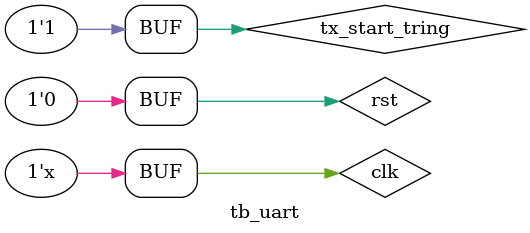
<source format=v>
`timescale 1ns / 1ps

module tb_uart();
    reg clk, rst;
    reg tx_start_tring;
    wire tx_dout;

    send_tx u_send_tx(
        .clk(clk),
        .rst(rst),
        .btn_start(tx_start_tring),
        .tx_data_in(0),
        .tx(tx_dout)
    );

    always #5 clk = ~clk;

    initial begin

        clk = 0;
        rst = 1'b1;
        tx_start_tring = 1'b0;

        #20; rst = 1'b0;
        #20; tx_start_tring = 1'b1;
        #6000000; 
        tx_start_tring = 1'b0;
        #6000000; 
        tx_start_tring = 1'b1;
        #6000000; 
        tx_start_tring = 1'b0;
        #6000000; 
        tx_start_tring = 1'b1;

        #6000000; 
        tx_start_tring = 1'b0;
        #6000000; 
        tx_start_tring = 1'b1;


    end
endmodule

</source>
